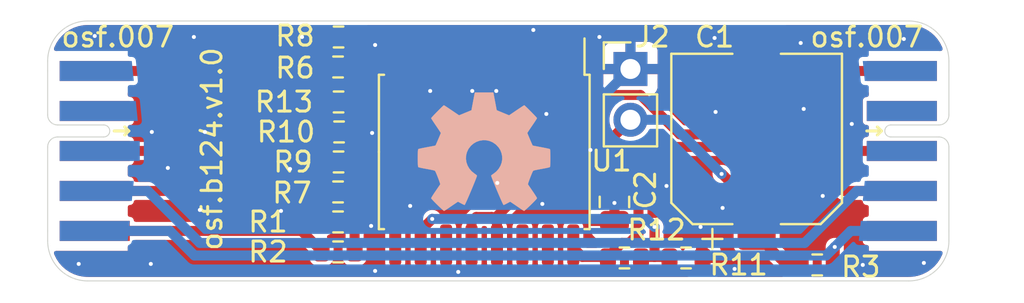
<source format=kicad_pcb>
(kicad_pcb (version 20211014) (generator pcbnew)
  (layers (0 "F.Cu" signal) (31 "B.Cu" signal) (34 "B.Paste" user) (35 "F.Paste" user) (36 "B.SilkS" user "B.Silkscreen") (37 "F.SilkS" user "F.Silkscreen") (38 "B.Mask" user) (39 "F.Mask" user) (44 "Edge.Cuts" user))
  (net 0 "")
  (net 1 "/VDD")
  (net 2 "GND")
  (net 4 "/amp/in1")
  (net 5 "Net-(J1-Pad4)")
  (net 6 "Net-(J1-Pad5)")
  (net 8 "Net-(J1-Pad9)")
  (net 9 "Net-(J1-Pad10)")
  (net 11 "/amp/out1")
  (net 13 "/amp/out2")
  (net 14 "/amp/in2")
  (net 15 "Net-(R6-Pad1)")
  (net 16 "Net-(R7-Pad1)")
  (net 17 "Net-(R10-Pad2)")
  (net 18 "Net-(R11-Pad2)")
  (footprint "Resistor_SMD:R_0603_1608Metric" (layer "F.Cu") (at 153.7 98.65)
    (fp_text reference "R1" (at -3.5 0) (layer "F.SilkS"))
    (fp_text value "0R")
    (fp_line (start -0.237258 -0.5225) (end 0.237258 -0.5225) (layer "F.SilkS") (width 0.12))
    (fp_line (start -0.237258 0.5225) (end 0.237258 0.5225) (layer "F.SilkS") (width 0.12))
    (pad "1" smd roundrect (at -0.825 0) (size 0.8 0.95) (layers "F.Cu" "F.Paste" "F.Mask") (net 5 "Net-(J1-Pad4)"))
    (pad "2" smd roundrect (at 0.825 0) (size 0.8 0.95) (layers "F.Cu" "F.Paste" "F.Mask") (net 14 "/amp/in2"))
  )
  (footprint "on_edge:on_edge_2x05_device" (layer "F.Cu") (at 139.2 95.1 -90)
    (fp_text reference "J1")
    (fp_text value "007_ADC")
    (fp_line (start -1.2 -3.85) (end -1 -4.05) (layer "F.SilkS") (width 0.153))
    (fp_line (start -1 -4.05) (end -1 -3.323) (layer "F.SilkS") (width 0.153))
    (fp_line (start -1 -4.05) (end -0.8 -3.85) (layer "F.SilkS") (width 0.153))
    (fp_line (start -0.7 -0.5) (end -0.7 -2.8) (layer "Edge.Cuts") (width 0.05))
    (fp_line (start -0.2 0) (end 4 0) (layer "Edge.Cuts") (width 0.05))
    (fp_line (start -1.3 -2.8) (end -1.3 -0.5) (layer "Edge.Cuts") (width 0.05))
    (fp_line (start -4 0) (end -1.8 0) (layer "Edge.Cuts") (width 0.05))
    (fp_arc (start -1.3 -2.8) (mid -1 -3.1) (end -0.7 -2.8) (layer "Edge.Cuts") (width 0.05))
    (fp_arc (start -1.3 -0.5) (mid -1.446447 -0.146447) (end -1.8 0) (layer "Edge.Cuts") (width 0.05))
    (fp_arc (start -0.2 0) (mid -0.553553 -0.146447) (end -0.7 -0.5) (layer "Edge.Cuts") (width 0.05))
    (pad "1" smd rect (at -4 -2.35 90) (size 1 3.5) (layers "F.Cu" "F.Mask") (net 2 "GND"))
    (pad "2" smd rect (at -2 -2.35 270) (size 1 3.5) (layers "F.Cu" "F.Mask"))
    (pad "3" smd rect (at 0 -2.35 270) (size 1 3.5) (layers "F.Cu" "F.Mask") (net 4 "/amp/in1"))
    (pad "4" smd rect (at 2 -2.35 90) (size 1 3.5) (layers "F.Cu" "F.Mask") (net 5 "Net-(J1-Pad4)"))
    (pad "5" smd rect (at 4 -2.35 90) (size 1 3.5) (layers "F.Cu" "F.Mask") (net 6 "Net-(J1-Pad5)"))
    (pad "6" smd custom (at -4 -2.4 270) (size 1 3.6) (layers "B.Cu" "B.Mask") (options (clearance outline) (anchor rect)) (primitives (gr_poly (pts (xy 0.5 -1.8) (xy 0.5 -1.9) (xy -0.5 -1.8)) (width 0) (fill yes))))
    (pad "7" smd custom (at -2 -2.1 270) (size 1 3) (layers "B.Cu" "B.Mask") (options (clearance outline) (anchor rect)) (primitives (gr_poly (pts (xy 0.3 -0.51) (xy 0.31 -0.62) (xy 0.33 -0.7) (xy 0.35 -0.76) (xy 0.37 -0.81) (xy 0.4 -0.86) (xy 0.44 -0.92) (xy 0.48 -0.97) (xy 0.5 -0.99) (xy 0.5 -2.4) (xy -0.5 -2.3) (xy -0.5 1.5) (xy 0.3 1.5)) (width 0) (fill yes))))
    (pad "8" smd rect (at 0 -2.6 270) (size 1 4) (layers "B.Cu" "B.Mask"))
    (pad "9" smd custom (at 2 -2.4 270) (size 1 3.6) (layers "B.Cu" "B.Mask") (net 8 "Net-(J1-Pad9)") (options (clearance outline) (anchor rect)) (primitives (gr_poly (pts (xy -0.5 -1.8) (xy -0.5 -1.9) (xy 0.5 -1.8)) (width 0) (fill yes))))
    (pad "10" smd custom (at 4 -2.3 270) (size 1 3.4) (layers "B.Cu" "B.Mask") (net 9 "Net-(J1-Pad10)") (options (clearance outline) (anchor rect)) (primitives (gr_poly (pts (xy -0.5 -1.7) (xy -0.5 -1.8) (xy 0.5 -1.7)) (width 0) (fill yes))))
    (zone (net 0) (net_name "") (layers F&B.Cu) (connect_pads (clearance 0)) (min_thickness 0.254)
      (keepout (tracks allowed) (vias not_allowed) (pads allowed) (copperpour not_allowed) (footprints not_allowed))
      (fill (thermal_gap 0.508) (thermal_bridge_width 0.508))
      (polygon (pts (xy 139.2 100.1) (xy 139.2 90.1) (xy 143.2 90.1) (xy 143.2 100.1)))
    )
  )
  (footprint "Resistor_SMD:R_0603_1608Metric" (layer "F.Cu") (at 153.7 90.9 180)
    (fp_text reference "R6" (at 2.15 -0.05) (layer "F.SilkS"))
    (fp_text value "0R")
    (fp_line (start -0.237258 0.5225) (end 0.237258 0.5225) (layer "F.SilkS") (width 0.12))
    (fp_line (start -0.237258 -0.5225) (end 0.237258 -0.5225) (layer "F.SilkS") (width 0.12))
    (pad "1" smd roundrect (at -0.825 0 180) (size 0.8 0.95) (layers "F.Cu" "F.Paste" "F.Mask") (net 15 "Net-(R6-Pad1)"))
    (pad "2" smd roundrect (at 0.825 0 180) (size 0.8 0.95) (layers "F.Cu" "F.Paste" "F.Mask") (net 4 "/amp/in1"))
  )
  (footprint "Resistor_SMD:R_0603_1608Metric" (layer "F.Cu") (at 177.625 100.8 180)
    (fp_text reference "R3" (at -2.175 -0.1) (layer "F.SilkS"))
    (fp_text value "0R")
    (fp_line (start -0.237258 -0.5225) (end 0.237258 -0.5225) (layer "F.SilkS") (width 0.12))
    (fp_line (start -0.237258 0.5225) (end 0.237258 0.5225) (layer "F.SilkS") (width 0.12))
    (pad "1" smd roundrect (at -0.825 0 180) (size 0.8 0.95) (layers "F.Cu" "F.Paste" "F.Mask") (net 9 "Net-(J1-Pad10)"))
    (pad "2" smd roundrect (at 0.825 0 180) (size 0.8 0.95) (layers "F.Cu" "F.Paste" "F.Mask") (net 1 "/VDD"))
  )
  (footprint "Capacitor_SMD:C_0805_2012Metric" (layer "F.Cu") (at 167.5 97.65 -90)
    (fp_text reference "C2" (at -0.6 -1.55 -90) (layer "F.SilkS"))
    (fp_text value "1uF")
    (fp_line (start -0.261252 -0.735) (end 0.261252 -0.735) (layer "F.SilkS") (width 0.12))
    (fp_line (start -0.261252 0.735) (end 0.261252 0.735) (layer "F.SilkS") (width 0.12))
    (pad "1" smd roundrect (at -0.95 0 270) (size 1 1.45) (layers "F.Cu" "F.Paste" "F.Mask") (net 1 "/VDD"))
    (pad "2" smd roundrect (at 0.95 0 270) (size 1 1.45) (layers "F.Cu" "F.Paste" "F.Mask") (net 2 "GND"))
  )
  (footprint "Package_SO:SOIC-16W_7.5x10.3mm_P1.27mm" (layer "F.Cu") (at 161 95.15 -90)
    (fp_text reference "U1" (at 0.45 -6.35 180) (layer "F.SilkS"))
    (fp_text value "TCA0372")
    (fp_line (start -3.86 -5.26) (end -3.86 -5.005) (layer "F.SilkS") (width 0.12))
    (fp_line (start -3.86 5.26) (end -3.86 5.005) (layer "F.SilkS") (width 0.12))
    (fp_line (start 3.86 5.26) (end 3.86 5.005) (layer "F.SilkS") (width 0.12))
    (fp_line (start 0 -5.26) (end -3.86 -5.26) (layer "F.SilkS") (width 0.12))
    (fp_line (start -3.86 -5.005) (end -5.675 -5.005) (layer "F.SilkS") (width 0.12))
    (fp_line (start 0 5.26) (end -3.86 5.26) (layer "F.SilkS") (width 0.12))
    (fp_line (start 3.86 -5.26) (end 3.86 -5.005) (layer "F.SilkS") (width 0.12))
    (fp_line (start 0 5.26) (end 3.86 5.26) (layer "F.SilkS") (width 0.12))
    (fp_line (start 0 -5.26) (end 3.86 -5.26) (layer "F.SilkS") (width 0.12))
    (pad "1" smd roundrect (at -4.65 -4.445 270) (size 2.05 0.6) (layers "F.Cu" "F.Paste" "F.Mask"))
    (pad "2" smd roundrect (at -4.65 -3.175 270) (size 2.05 0.6) (layers "F.Cu" "F.Paste" "F.Mask") (net 11 "/amp/out1"))
    (pad "3" smd roundrect (at -4.65 -1.905 270) (size 2.05 0.6) (layers "F.Cu" "F.Paste" "F.Mask"))
    (pad "4" smd roundrect (at -4.65 -0.635 270) (size 2.05 0.6) (layers "F.Cu" "F.Paste" "F.Mask") (net 2 "GND"))
    (pad "5" smd roundrect (at -4.65 0.635 270) (size 2.05 0.6) (layers "F.Cu" "F.Paste" "F.Mask") (net 2 "GND"))
    (pad "6" smd roundrect (at -4.65 1.905 270) (size 2.05 0.6) (layers "F.Cu" "F.Paste" "F.Mask"))
    (pad "7" smd roundrect (at -4.65 3.175 270) (size 2.05 0.6) (layers "F.Cu" "F.Paste" "F.Mask") (net 17 "Net-(R10-Pad2)"))
    (pad "8" smd roundrect (at -4.65 4.445 270) (size 2.05 0.6) (layers "F.Cu" "F.Paste" "F.Mask") (net 15 "Net-(R6-Pad1)"))
    (pad "9" smd roundrect (at 4.65 4.445 270) (size 2.05 0.6) (layers "F.Cu" "F.Paste" "F.Mask") (net 16 "Net-(R7-Pad1)"))
    (pad "10" smd roundrect (at 4.65 3.175 270) (size 2.05 0.6) (layers "F.Cu" "F.Paste" "F.Mask") (net 18 "Net-(R11-Pad2)"))
    (pad "11" smd roundrect (at 4.65 1.905 270) (size 2.05 0.6) (layers "F.Cu" "F.Paste" "F.Mask"))
    (pad "12" smd roundrect (at 4.65 0.635 270) (size 2.05 0.6) (layers "F.Cu" "F.Paste" "F.Mask") (net 1 "/VDD"))
    (pad "13" smd roundrect (at 4.65 -0.635 270) (size 2.05 0.6) (layers "F.Cu" "F.Paste" "F.Mask") (net 1 "/VDD"))
    (pad "14" smd roundrect (at 4.65 -1.905 270) (size 2.05 0.6) (layers "F.Cu" "F.Paste" "F.Mask"))
    (pad "15" smd roundrect (at 4.65 -3.175 270) (size 2.05 0.6) (layers "F.Cu" "F.Paste" "F.Mask"))
    (pad "16" smd roundrect (at 4.65 -4.445 270) (size 2.05 0.6) (layers "F.Cu" "F.Paste" "F.Mask") (net 13 "/amp/out2"))
  )
  (footprint "on_edge:on_edge_2x05_host" (layer "F.Cu") (at 184.2 95.1 -90)
    (fp_text reference "J3")
    (fp_text value "007_ADC")
    (fp_line (start -1 3.373) (end -1.2 3.573) (layer "F.SilkS") (width 0.153))
    (fp_line (start -0.8 3.573) (end -1 3.373) (layer "F.SilkS") (width 0.153))
    (fp_line (start -1 4.1) (end -1 3.373) (layer "F.SilkS") (width 0.153))
    (fp_line (start -0.2 0) (end 4 0) (layer "Edge.Cuts") (width 0.05))
    (fp_line (start -4 0) (end -1.8 0) (layer "Edge.Cuts") (width 0.05))
    (fp_line (start -0.7 2.9) (end -0.7 0.5) (layer "Edge.Cuts") (width 0.05))
    (fp_line (start -1.3 0.5) (end -1.3 2.9) (layer "Edge.Cuts") (width 0.05))
    (fp_arc (start -0.7 2.9) (mid -1 3.2) (end -1.3 2.9) (layer "Edge.Cuts") (width 0.05))
    (fp_arc (start -1.8 0) (mid -1.446447 0.146447) (end -1.3 0.5) (layer "Edge.Cuts") (width 0.05))
    (fp_arc (start -0.7 0.5) (mid -0.553553 0.146447) (end -0.2 0) (layer "Edge.Cuts") (width 0.05))
    (pad "1" smd rect (at -4 2.35 270) (size 1 3.5) (layers "F.Cu" "F.Mask") (net 2 "GND"))
    (pad "2" smd rect (at -2 2.35 270) (size 1 3.5) (layers "F.Cu" "F.Mask"))
    (pad "3" smd rect (at 0 2.35 270) (size 1 3.5) (layers "F.Cu" "F.Mask") (net 11 "/amp/out1"))
    (pad "4" smd rect (at 2 2.35 270) (size 1 3.5) (layers "F.Cu" "F.Mask") (net 13 "/amp/out2"))
    (pad "5" smd rect (at 4 2.35 270) (size 1 3.5) (layers "F.Cu" "F.Mask"))
    (pad "6" smd custom (at -4 2.4 90) (size 1 3.6) (layers "B.Cu" "B.Mask") (options (clearance outline) (anchor rect)) (primitives (gr_poly (pts (xy 0.5 -1.8) (xy -0.5 -1.8) (xy 0.5 -1.9)) (width 0) (fill yes))))
    (pad "7" smd rect (at -2 2.35 90) (size 1 3.5) (layers "B.Cu" "B.Mask"))
    (pad "8" smd rect (at 0 2.35 90) (size 1 3.5) (layers "B.Cu" "B.Mask"))
    (pad "9" smd custom (at 2 2.4 90) (size 1 3.6) (layers "B.Cu" "B.Mask") (net 8 "Net-(J1-Pad9)") (options (clearance outline) (anchor rect)) (primitives (gr_poly (pts (xy 0.5 -1.8) (xy -0.5 -1.8) (xy -0.5 -1.9)) (width 0) (fill yes))))
    (pad "10" smd custom (at 4 2.5 90) (size 1 3.8) (layers "B.Cu" "B.Mask") (net 9 "Net-(J1-Pad10)") (options (clearance outline) (anchor rect)) (primitives (gr_poly (pts (xy 0.5 -1.9) (xy -0.5 -1.9) (xy -0.5 -2)) (width 0) (fill yes))))
    (zone (net 0) (net_name "") (layers F&B.Cu) (connect_pads (clearance 0)) (min_thickness 0.254)
      (keepout (tracks allowed) (vias not_allowed) (pads allowed) (copperpour not_allowed) (footprints not_allowed))
      (fill (thermal_gap 0.508) (thermal_bridge_width 0.508))
      (polygon (pts (xy 180.2 100.1) (xy 180.2 90.1) (xy 184.2 90.1) (xy 184.2 100.1)))
    )
  )
  (footprint "Resistor_SMD:R_0603_1608Metric" (layer "F.Cu") (at 168 100.45)
    (fp_text reference "R12" (at 1.6 -1.4) (layer "F.SilkS"))
    (fp_text value "0R")
    (fp_line (start -0.237258 0.5225) (end 0.237258 0.5225) (layer "F.SilkS") (width 0.12))
    (fp_line (start -0.237258 -0.5225) (end 0.237258 -0.5225) (layer "F.SilkS") (width 0.12))
    (pad "1" smd roundrect (at -0.825 0) (size 0.8 0.95) (layers "F.Cu" "F.Paste" "F.Mask") (net 13 "/amp/out2"))
    (pad "2" smd roundrect (at 0.825 0) (size 0.8 0.95) (layers "F.Cu" "F.Paste" "F.Mask") (net 18 "Net-(R11-Pad2)"))
  )
  (footprint "Resistor_SMD:R_0603_1608Metric" (layer "F.Cu") (at 153.725 92.65 180)
    (fp_text reference "R13" (at 2.725 0) (layer "F.SilkS"))
    (fp_text value "0R")
    (fp_line (start -0.237258 0.5225) (end 0.237258 0.5225) (layer "F.SilkS") (width 0.12))
    (fp_line (start -0.237258 -0.5225) (end 0.237258 -0.5225) (layer "F.SilkS") (width 0.12))
    (pad "1" smd roundrect (at -0.825 0 180) (size 0.8 0.95) (layers "F.Cu" "F.Paste" "F.Mask") (net 11 "/amp/out1"))
    (pad "2" smd roundrect (at 0.825 0 180) (size 0.8 0.95) (layers "F.Cu" "F.Paste" "F.Mask") (net 17 "Net-(R10-Pad2)"))
  )
  (footprint "Capacitor_SMD:CP_Elec_8x6.9" (layer "F.Cu") (at 174.6 94.5 90)
    (fp_text reference "C1" (at 5.1 -2.1 180) (layer "F.SilkS"))
    (fp_text value "100uF")
    (fp_line (start -5.5 -2.21) (end -4.5 -2.21) (layer "F.SilkS") (width 0.12))
    (fp_line (start -4.26 -3.195563) (end -3.195563 -4.26) (layer "F.SilkS") (width 0.12))
    (fp_line (start 4.26 -4.26) (end 4.26 -1.21) (layer "F.SilkS") (width 0.12))
    (fp_line (start -4.26 3.195563) (end -3.195563 4.26) (layer "F.SilkS") (width 0.12))
    (fp_line (start -3.195563 4.26) (end 4.26 4.26) (layer "F.SilkS") (width 0.12))
    (fp_line (start -5 -2.71) (end -5 -1.71) (layer "F.SilkS") (width 0.12))
    (fp_line (start -3.195563 -4.26) (end 4.26 -4.26) (layer "F.SilkS") (width 0.12))
    (fp_line (start -4.26 3.195563) (end -4.26 1.21) (layer "F.SilkS") (width 0.12))
    (fp_line (start -4.26 -3.195563) (end -4.26 -1.21) (layer "F.SilkS") (width 0.12))
    (fp_line (start 4.26 4.26) (end 4.26 1.21) (layer "F.SilkS") (width 0.12))
    (pad "1" smd roundrect (at -3.475 0 90) (size 4.15 1.9) (layers "F.Cu" "F.Paste" "F.Mask") (roundrect_rratio 0.131579) (net 1 "/VDD"))
    (pad "2" smd roundrect (at 3.475 0 90) (size 4.15 1.9) (layers "F.Cu" "F.Paste" "F.Mask") (roundrect_rratio 0.131579) (net 2 "GND"))
  )
  (footprint "Resistor_SMD:R_0603_1608Metric" (layer "F.Cu") (at 153.75 94.15 180)
    (fp_text reference "R10" (at 2.65 0) (layer "F.SilkS"))
    (fp_text value "d.n.p")
    (fp_line (start -0.237258 -0.5225) (end 0.237258 -0.5225) (layer "F.SilkS") (width 0.12))
    (fp_line (start -0.237258 0.5225) (end 0.237258 0.5225) (layer "F.SilkS") (width 0.12))
    (pad "1" smd roundrect (at -0.825 0 180) (size 0.8 0.95) (layers "F.Cu" "F.Paste" "F.Mask") (net 2 "GND"))
    (pad "2" smd roundrect (at 0.825 0 180) (size 0.8 0.95) (layers "F.Cu" "F.Paste" "F.Mask") (net 17 "Net-(R10-Pad2)"))
  )
  (footprint "Connector_PinHeader_2.54mm:PinHeader_1x02_P2.54mm_Vertical" (layer "F.Cu") (at 168.3 91)
    (fp_text reference "J2" (at 1.1 -1.6) (layer "F.SilkS"))
    (fp_text value "Conn_01x02_Male")
    (fp_line (start -1.33 3.87) (end 1.33 3.87) (layer "F.SilkS") (width 0.12))
    (fp_line (start -1.33 0) (end -1.33 -1.33) (layer "F.SilkS") (width 0.12))
    (fp_line (start -1.33 -1.33) (end 0 -1.33) (layer "F.SilkS") (width 0.12))
    (fp_line (start 1.33 1.27) (end 1.33 3.87) (layer "F.SilkS") (width 0.12))
    (fp_line (start -1.33 1.27) (end 1.33 1.27) (layer "F.SilkS") (width 0.12))
    (fp_line (start -1.33 1.27) (end -1.33 3.87) (layer "F.SilkS") (width 0.12))
    (pad "1" thru_hole rect (at 0 0) (size 1.7 1.7) (drill 1) (layers *.Cu *.Mask) (net 2 "GND"))
    (pad "2" thru_hole oval (at 0 2.54) (size 1.7 1.7) (drill 1) (layers *.Cu *.Mask) (net 1 "/VDD"))
  )
  (footprint "Resistor_SMD:R_0603_1608Metric" (layer "F.Cu") (at 153.725 89.4)
    (fp_text reference "R8" (at -2.175 -0.05) (layer "F.SilkS"))
    (fp_text value "d.n.p")
    (fp_line (start -0.237258 -0.5225) (end 0.237258 -0.5225) (layer "F.SilkS") (width 0.12))
    (fp_line (start -0.237258 0.5225) (end 0.237258 0.5225) (layer "F.SilkS") (width 0.12))
    (pad "1" smd roundrect (at -0.825 0) (size 0.8 0.95) (layers "F.Cu" "F.Paste" "F.Mask") (net 2 "GND"))
    (pad "2" smd roundrect (at 0.825 0) (size 0.8 0.95) (layers "F.Cu" "F.Paste" "F.Mask") (net 15 "Net-(R6-Pad1)"))
  )
  (footprint "Resistor_SMD:R_0603_1608Metric" (layer "F.Cu") (at 153.7 97.15 180)
    (fp_text reference "R7" (at 2.3 -0.05) (layer "F.SilkS"))
    (fp_text value "0R")
    (fp_line (start -0.237258 0.5225) (end 0.237258 0.5225) (layer "F.SilkS") (width 0.12))
    (fp_line (start -0.237258 -0.5225) (end 0.237258 -0.5225) (layer "F.SilkS") (width 0.12))
    (pad "1" smd roundrect (at -0.825 0 180) (size 0.8 0.95) (layers "F.Cu" "F.Paste" "F.Mask") (net 16 "Net-(R7-Pad1)"))
    (pad "2" smd roundrect (at 0.825 0 180) (size 0.8 0.95) (layers "F.Cu" "F.Paste" "F.Mask") (net 14 "/amp/in2"))
  )
  (footprint "Resistor_SMD:R_0603_1608Metric" (layer "F.Cu") (at 171.075 100.45 180)
    (fp_text reference "R11" (at -2.625 -0.35) (layer "F.SilkS"))
    (fp_text value "d.n.p")
    (fp_line (start -0.237258 -0.5225) (end 0.237258 -0.5225) (layer "F.SilkS") (width 0.12))
    (fp_line (start -0.237258 0.5225) (end 0.237258 0.5225) (layer "F.SilkS") (width 0.12))
    (pad "1" smd roundrect (at -0.825 0 180) (size 0.8 0.95) (layers "F.Cu" "F.Paste" "F.Mask") (net 2 "GND"))
    (pad "2" smd roundrect (at 0.825 0 180) (size 0.8 0.95) (layers "F.Cu" "F.Paste" "F.Mask") (net 18 "Net-(R11-Pad2)"))
  )
  (footprint "Resistor_SMD:R_0603_1608Metric" (layer "F.Cu") (at 153.7 100.15)
    (fp_text reference "R2" (at -3.5 0) (layer "F.SilkS"))
    (fp_text value "0R")
    (fp_line (start -0.237258 -0.5225) (end 0.237258 -0.5225) (layer "F.SilkS") (width 0.12))
    (fp_line (start -0.237258 0.5225) (end 0.237258 0.5225) (layer "F.SilkS") (width 0.12))
    (pad "1" smd roundrect (at -0.825 0) (size 0.8 0.95) (layers "F.Cu" "F.Paste" "F.Mask") (net 6 "Net-(J1-Pad5)"))
    (pad "2" smd roundrect (at 0.825 0) (size 0.8 0.95) (layers "F.Cu" "F.Paste" "F.Mask") (net 14 "/amp/in2"))
  )
  (footprint "Resistor_SMD:R_0603_1608Metric" (layer "F.Cu") (at 153.725 95.65 180)
    (fp_text reference "R9" (at 2.275 0) (layer "F.SilkS"))
    (fp_text value "d.n.p")
    (fp_line (start -0.237258 -0.5225) (end 0.237258 -0.5225) (layer "F.SilkS") (width 0.12))
    (fp_line (start -0.237258 0.5225) (end 0.237258 0.5225) (layer "F.SilkS") (width 0.12))
    (pad "1" smd roundrect (at -0.825 0 180) (size 0.8 0.95) (layers "F.Cu" "F.Paste" "F.Mask") (net 2 "GND"))
    (pad "2" smd roundrect (at 0.825 0 180) (size 0.8 0.95) (layers "F.Cu" "F.Paste" "F.Mask") (net 16 "Net-(R7-Pad1)"))
  )
  (footprint "Symbol:OSHW-Symbol_6.7x6mm_SilkScreen" (layer "B.Cu") (at 161 95.15 180)
    (fp_text reference "LOGO1" hide)
    (fp_text value "Logo_Open_Hardware_Small" hide)
    (fp_poly (pts (xy 0.555814 2.531069) (xy 0.639635 2.086445) (xy 0.94892 1.958947) (xy 1.258206 1.831449) (xy 1.629246 2.083754) (xy 1.733157 2.154004) (xy 1.827087 2.216728) (xy 1.906652 2.269062) (xy 1.96747 2.308143) (xy 2.005157 2.331107) (xy 2.015421 2.336058) (xy 2.03391 2.323324) (xy 2.07342 2.288118) (xy 2.129522 2.234938) (xy 2.197787 2.168282) (xy 2.273786 2.092646) (xy 2.353092 2.012528) (xy 2.431275 1.932426) (xy 2.503907 1.856836) (xy 2.566559 1.790255) (xy 2.614803 1.737182) (xy 2.64421 1.702113) (xy 2.651241 1.690377) (xy 2.641123 1.66874) (xy 2.612759 1.621338) (xy 2.569129 1.552807) (xy 2.513218 1.467785) (xy 2.448006 1.370907) (xy 2.410219 1.31565) (xy 2.341343 1.214752) (xy 2.28014 1.123701) (xy 2.229578 1.04703) (xy 2.192628 0.989272) (xy 2.172258 0.954957) (xy 2.169197 0.947746) (xy 2.176136 0.927252) (xy 2.195051 0.879487) (xy 2.223087 0.811168) (xy 2.257391 0.729011) (xy 2.295109 0.63973) (xy 2.333387 0.550042) (xy 2.36937 0.466662) (xy 2.400206 0.396306) (xy 2.423039 0.34569) (xy 2.435017 0.321529) (xy 2.435724 0.320578) (xy 2.454531 0.315964) (xy 2.504618 0.305672) (xy 2.580793 0.290713) (xy 2.677865 0.272099) (xy 2.790643 0.250841) (xy 2.856442 0.238582) (xy 2.97695 0.215638) (xy 3.085797 0.193805) (xy 3.177476 0.174278) (xy 3.246481 0.158252) (xy 3.287304 0.146921) (xy 3.295511 0.143326) (xy 3.303548 0.118994) (xy 3.310033 0.064041) (xy 3.31497 -0.015108) (xy 3.318364 -0.112026) (xy 3.320218 -0.220287) (xy 3.320538 -0.333465) (xy 3.319327 -0.445135) (xy 3.31659 -0.548868) (xy 3.312331 -0.638241) (xy 3.306555 -0.706826) (xy 3.299267 -0.748197) (xy 3.294895 -0.75681) (xy 3.268764 -0.767133) (xy 3.213393 -0.781892) (xy 3.136107 -0.799352) (xy 3.04423 -0.81778) (xy 3.012158 -0.823741) (xy 2.857524 -0.852066) (xy 2.735375 -0.874876) (xy 2.641673 -0.89308) (xy 2.572384 -0.907583) (xy 2.523471 -0.919292) (xy 2.490897 -0.929115) (xy 2.470628 -0.937956) (xy 2.458626 -0.946724) (xy 2.456947 -0.948457) (xy 2.440184 -0.976371) (xy 2.414614 -1.030695) (xy 2.382788 -1.104777) (xy 2.34726 -1.191965) (xy 2.310583 -1.285608) (xy 2.275311 -1.379052) (xy 2.243996 -1.465647) (xy 2.219193 -1.53874) (xy 2.203454 -1.591678) (xy 2.199332 -1.617811) (xy 2.199676 -1.618726) (xy 2.213641 -1.640086) (xy 2.245322 -1.687084) (xy 2.291391 -1.754827) (xy 2.348518 -1.838423) (xy 2.413373 -1.932982) (xy 2.431843 -1.959854) (xy 2.497699 -2.057275) (xy 2.55565 -2.146163) (xy 2.602538 -2.221412) (xy 2.635207 -2.27792) (xy 2.6505 -2.310581) (xy 2.651241 -2.314593) (xy 2.638392 -2.335684) (xy 2.602888 -2.377464) (xy 2.549293 -2.435445) (xy 2.482171 -2.505135) (xy 2.406087 -2.582045) (xy 2.325604 -2.661683) (xy 2.245287 -2.739561) (xy 2.169699 -2.811186) (xy 2.103405 -2.87207) (xy 2.050969 -2.917721) (xy 2.016955 -2.94365) (xy 2.007545 -2.947883) (xy 1.985643 -2.937912) (xy 1.9408 -2.91102) (xy 1.880321 -2.871736) (xy 1.833789 -2.840117) (xy 1.749475 -2.782098) (xy 1.649626 -2.713784) (xy 1.549473 -2.645579) (xy 1.495627 -2.609075) (xy 1.313371 -2.4858) (xy 1.160381 -2.56852) (xy 1.090682 -2.604759) (xy 1.031414 -2.632926) (xy 0.991311 -2.648991) (xy 0.981103 -2.651226) (xy 0.968829 -2.634722) (xy 0.944613 -2.588082) (xy 0.910263 -2.515609) (xy 0.867588 -2.421606) (xy 0.818394 -2.310374) (xy 0.76449 -2.186215) (xy 0.707684 -2.053432) (xy 0.649782 -1.916327) (xy 0.592593 -1.779202) (xy 0.537924 -1.646358) (xy 0.487584 -1.522098) (xy 0.44338 -1.410725) (xy 0.407119 -1.316539) (xy 0.380609 -1.243844) (xy 0.365658 -1.196941) (xy 0.363254 -1.180833) (xy 0.382311 -1.160286) (xy 0.424036 -1.126933) (xy 0.479706 -1.087702) (xy 0.484378 -1.084599) (xy 0.628264 -0.969423) (xy 0.744283 -0.835053) (xy 0.83143 -0.685784) (xy 0.888699 -0.525913) (xy 0.915086 -0.359737) (xy 0.909585 -0.191552) (xy 0.87119 -0.025655) (xy 0.798895 0.133658) (xy 0.777626 0.168513) (xy 0.666996 0.309263) (xy 0.536302 0.422286) (xy 0.390064 0.506997) (xy 0.232808 0.562806) (xy 0.069057 0.589126) (xy -0.096667 0.58537) (xy -0.259838 0.55095) (xy -0.415935 0.485277) (xy -0.560433 0.387765) (xy -0.605131 0.348187) (xy -0.718888 0.224297) (xy -0.801782 0.093876) (xy -0.858644 -0.052315) (xy -0.890313 -0.197088) (xy -0.898131 -0.35986) (xy -0.872062 -0.52344) (xy -0.814755 -0.682298) (xy -0.728856 -0.830906) (xy -0.617014 -0.963735) (xy -0.481877 -1.075256) (xy -0.464117 -1.087011) (xy -0.40785 -1.125508) (xy -0.365077 -1.158863) (xy -0.344628 -1.18016) (xy -0.344331 -1.180833) (xy -0.348721 -1.203871) (xy -0.366124 -1.256157) (xy -0.394732 -1.33339) (xy -0.432735 -1.431268) (xy -0.478326 -1.545491) (xy -0.529697 -1.671758) (xy -0.585038 -1.805767) (xy -0.642542 -1.943218) (xy -0.700399 -2.079808) (xy -0.756802 -2.211237) (xy -0.809942 -2.333205) (xy -0.85801 -2.441409) (xy -0.899199 -2.531549) (xy -0.931699 -2.599323) (xy -0.953703 -2.64043) (xy -0.962564 -2.651226) (xy -0.98964 -2.642819) (xy -1.040303 -2.620272) (xy -1.105817 -2.587613) (xy -1.141841 -2.56852) (xy -1.294832 -2.4858) (xy -1.477088 -2.609075) (xy -1.570125 -2.672228) (xy -1.671985 -2.741727) (xy -1.767438 -2.807165) (xy -1.81525 -2.840117) (xy -1.882495 -2.885273) (xy -1.939436 -2.921057) (xy -1.978646 -2.942938) (xy -1.991381 -2.947563) (xy -2.009917 -2.935085) (xy -2.050941 -2.900252) (xy -2.110475 -2.846678) (xy -2.184542 -2.777983) (xy -2.269165 -2.697781) (xy -2.322685 -2.646286) (xy -2.416319 -2.554286) (xy -2.497241 -2.471999) (xy -2.562177 -2.402945) (xy -2.607858 -2.350644) (xy -2.631011 -2.318616) (xy -2.633232 -2.312116) (xy -2.622924 -2.287394) (xy -2.594439 -2.237405) (xy -2.550937 -2.167212) (xy -2.495577 -2.081875) (xy -2.43152 -1.986456) (xy -2.413303 -1.959854) (xy -2.346927 -1.863167) (xy -2.287378 -1.776117) (xy -2.237984 -1.703595) (xy -2.202075 -1.650493) (xy -2.182981 -1.621703) (xy -2.181136 -1.618726) (xy -2.183895 -1.595782) (xy -2.198538 -1.545336) (xy -2.222513 -1.474041) (xy -2.253266 -1.388547) (xy -2.288244 -1.295507) (xy -2.324893 -1.201574) (xy -2.360661 -1.113399) (xy -2.392994 -1.037634) (xy -2.419338 -0.980931) (xy -2.437142 -0.949943) (xy -2.438407 -0.948457) (xy -2.449294 -0.939601) (xy -2.467682 -0.930843) (xy -2.497606 -0.921277) (xy -2.543103 -0.909996) (xy -2.608209 -0.896093) (xy -2.696961 -0.878663) (xy -2.813393 -0.856798) (xy -2.961542 -0.829591) (xy -2.993618 -0.823741) (xy -3.088686 -0.805374) (xy -3.171565 -0.787405) (xy -3.23493 -0.771569) (xy -3.271458 -0.7596) (xy -3.276356 -0.75681) (xy -3.284427 -0.732072) (xy -3.290987 -0.67679) (xy -3.296033 -0.597389) (xy -3.299559 -0.500296) (xy -3.301561 -0.391938) (xy -3.302036 -0.27874) (xy -3.300977 -0.167128) (xy -3.298382 -0.063529) (xy -3.294246 0.025632) (xy -3.288563 0.093928) (xy -3.281331 0.134934) (xy -3.276971 0.143326) (xy -3.252698 0.151792) (xy -3.197426 0.165565) (xy -3.116662 0.18345) (xy -3.015912 0.204252) (xy -2.900683 0.226777) (xy -2.837902 0.238582) (xy -2.718787 0.260849) (xy -2.612565 0.281021) (xy -2.524427 0.298085) (xy -2.459566 0.311031) (xy -2.423174 0.318845) (xy -2.417184 0.320578) (xy -2.407061 0.34011) (xy -2.385662 0.387157) (xy -2.355839 0.454997) (xy -2.320445 0.536909) (xy -2.282332 0.626172) (xy -2.244353 0.716065) (xy -2.20936 0.799865) (xy -2.180206 0.870853) (xy -2.159743 0.922306) (xy -2.150823 0.947503) (xy -2.150657 0.948604) (xy -2.160769 0.968481) (xy -2.189117 1.014223) (xy -2.232723 1.081283) (xy -2.288606 1.165116) (xy -2.353787 1.261174) (xy -2.391679 1.31635) (xy -2.460725 1.417519) (xy -2.52205 1.50937) (xy -2.572663 1.587256) (xy -2.609571 1.646531) (xy -2.629782 1.682549) (xy -2.632701 1.690623) (xy -2.620153 1.709416) (xy -2.585463 1.749543) (xy -2.533063 1.806507) (xy -2.467384 1.875815) (xy -2.392856 1.952969) (xy -2.313913 2.033475) (xy -2.234983 2.112837) (xy -2.1605 2.18656) (xy -2.094894 2.250148) (xy -2.042596 2.299106) (xy -2.008039 2.328939) (xy -1.996478 2.336058) (xy -1.977654 2.326047) (xy -1.932631 2.297922) (xy -1.865787 2.254546) (xy -1.781499 2.198782) (xy -1.684144 2.133494) (xy -1.610707 2.083754) (xy -1.239667 1.831449) (xy -0.621095 2.086445) (xy -0.537275 2.531069) (xy -0.453454 2.975693) (xy 0.471994 2.975693) (xy 0.555814 2.531069)) (layer "B.SilkS") (width 0.01) (fill solid))
  )
  (gr_line (start 139.2 91.1) (end 139.2 90.6) (layer "Edge.Cuts") (width 0.05))
  (gr_line (start 141.2 88.6) (end 182.2 88.6) (layer "Edge.Cuts") (width 0.05))
  (gr_arc (start 184.2 99.6) (mid 183.614214 101.014214) (end 182.2 101.6) (layer "Edge.Cuts") (width 0.05))
  (gr_line (start 182.2 101.6) (end 141.2 101.6) (layer "Edge.Cuts") (width 0.05))
  (gr_arc (start 182.2 88.6) (mid 183.614214 89.185786) (end 184.2 90.6) (layer "Edge.Cuts") (width 0.05))
  (gr_line (start 139.2 99.1) (end 139.2 99.6) (layer "Edge.Cuts") (width 0.05))
  (gr_arc (start 141.2 101.6) (mid 139.785786 101.014214) (end 139.2 99.6) (layer "Edge.Cuts") (width 0.05))
  (gr_arc (start 139.2 90.6) (mid 139.785786 89.185786) (end 141.2 88.6) (layer "Edge.Cuts") (width 0.05))
  (gr_line (start 184.2 90.6) (end 184.2 91.1) (layer "Edge.Cuts") (width 0.05))
  (gr_line (start 184.2 99.1) (end 184.2 99.6) (layer "Edge.Cuts") (width 0.05))
  (gr_text "osf.007" (at 142.7 89.4) (layer "F.SilkS") (effects (font (size 1 1))))
  (gr_text "osf.b124.v1.0" (at 147.4 95 90) (layer "F.SilkS") (effects (font (size 1 1))))
  (gr_text "osf.007" (at 180.1 89.4) (layer "F.SilkS") (effects (font (size 1 1))))
  (segment (start 174.6 97.975) (end 174.6 99.3) (width 0.5) (layer "F.Cu") (net 1))
  (segment (start 161.37 98.4) (end 161.635 98.665) (width 0.5) (layer "F.Cu") (net 1))
  (segment (start 174.6 99.3) (end 176.1 100.8) (width 0.5) (layer "F.Cu") (net 1))
  (segment (start 163.3 96.7) (end 167.5 96.7) (width 0.5) (layer "F.Cu") (net 1))
  (segment (start 160.365 98.635) (end 160.6 98.4) (width 0.5) (layer "F.Cu") (net 1))
  (segment (start 167.5 96.7) (end 167.5 94.34) (width 0.5) (layer "F.Cu") (net 1))
  (segment (start 161.635 98.665) (end 161.635 98.365) (width 0.5) (layer "F.Cu") (net 1))
  (segment (start 160.365 99.8) (end 160.365 98.635) (width 0.5) (layer "F.Cu") (net 1))
  (segment (start 172.85 96.25) (end 172.875 96.25) (width 0.5) (layer "F.Cu") (net 1))
  (segment (start 176.1 100.8) (end 176.8 100.8) (width 0.5) (layer "F.Cu") (net 1))
  (segment (start 161.635 98.365) (end 163.3 96.7) (width 0.5) (layer "F.Cu") (net 1))
  (segment (start 172.875 96.25) (end 174.6 97.975) (width 0.5) (layer "F.Cu") (net 1))
  (segment (start 161.635 99.8) (end 161.635 98.665) (width 0.5) (layer "F.Cu") (net 1))
  (segment (start 160.6 98.4) (end 161.37 98.4) (width 0.5) (layer "F.Cu") (net 1))
  (segment (start 167.5 94.34) (end 168.3 93.54) (width 0.5) (layer "F.Cu") (net 1))
  (via (at 172.85 96.25) (size 0.5) (drill 0.2) (layers "F.Cu" "B.Cu") (net 1))
  (segment (start 172.85 96.25) (end 170.14 93.54) (width 0.5) (layer "B.Cu") (net 1))
  (segment (start 170.14 93.54) (end 168.3 93.54) (width 0.5) (layer "B.Cu") (net 1))
  (segment (start 174.6 91.025) (end 174.575 91) (width 0.5) (layer "F.Cu") (net 2))
  (segment (start 161.635 90.5) (end 161.635 92.065) (width 0.5) (layer "F.Cu") (net 2))
  (segment (start 161.635 92.065) (end 161.6 92.1) (width 0.5) (layer "F.Cu") (net 2))
  (segment (start 174.6 90.4) (end 174.6 91.025) (width 0.5) (layer "F.Cu") (net 2))
  (segment (start 160.365 90.5) (end 160.365 92.065) (width 0.5) (layer "F.Cu") (net 2))
  (segment (start 161.635 89.715) (end 162.3 89.05) (width 0.5) (layer "F.Cu") (net 2))
  (segment (start 161.635 90.5) (end 161.635 89.715) (width 0.5) (layer "F.Cu") (net 2))
  (segment (start 171.825 98.925) (end 171.8 98.9) (width 0.5) (layer "F.Cu") (net 2))
  (segment (start 167.5 97.7) (end 167.5 98.6) (width 0.5) (layer "F.Cu") (net 2))
  (segment (start 176.95 93) (end 172.7 93) (width 0.5) (layer "F.Cu") (net 2))
  (segment (start 154.5 94.1) (end 155.3 94.1) (width 0.5) (layer "F.Cu") (net 2))
  (segment (start 160.365 90.5) (end 160.365 89.165) (width 0.5) (layer "F.Cu") (net 2))
  (segment (start 181.85 91.1) (end 174.675 91.1) (width 0.5) (layer "F.Cu") (net 2))
  (segment (start 175 89.55) (end 176.65 89.55) (width 0.5) (layer "F.Cu") (net 2))
  (segment (start 160.25 89.05) (end 156.1 89.05) (width 0.5) (layer "F.Cu") (net 2))
  (segment (start 174.6 91.025) (end 174.6 89.95) (width 0.5) (layer "F.Cu") (net 2))
  (segment (start 154.5 94.1) (end 154.5 95.575) (width 0.5) (layer "F.Cu") (net 2))
  (segment (start 151.9 89.4) (end 152.85 89.4) (width 0.5) (layer "F.Cu") (net 2))
  (segment (start 160.365 92.065) (end 160.4 92.1) (width 0.5) (layer "F.Cu") (net 2))
  (segment (start 176.65 89.55) (end 176.8 89.7) (width 0.5) (layer "F.Cu") (net 2))
  (segment (start 174.675 91.1) (end 174.6 91.025) (width 0.5) (layer "F.Cu") (net 2))
  (segment (start 162.3 89.05) (end 163.45 89.05) (width 0.5) (layer "F.Cu") (net 2))
  (segment (start 173.65 89.45) (end 174.6 90.4) (width 0.5) (layer "F.Cu") (net 2))
  (segment (start 155.3 94.1) (end 155.4 94.2) (width 0.5) (layer "F.Cu") (net 2))
  (segment (start 163.45 89.05) (end 160.25 89.05) (width 0.5) (layer "F.Cu") (net 2))
  (segment (start 141.55 91.1) (end 150.2 91.1) (width 0.5) (layer "F.Cu") (net 2))
  (segment (start 174.6 89.95) (end 175 89.55) (width 0.5) (layer "F.Cu") (net 2))
  (segment (start 171.825 100.4) (end 171.825 98.925) (width 0.5) (layer "F.Cu") (net 2))
  (segment (start 172.7 93) (end 172.55 93.15) (width 0.5) (layer "F.Cu") (net 2))
  (segment (start 156.1 89.05) (end 155.6 89.55) (width 0.5) (layer "F.Cu") (net 2))
  (segment (start 174.575 91) (end 168.3 91) (width 0.5) (layer "F.Cu") (net 2))
  (segment (start 150.2 91.1) (end 151.9 89.4) (width 0.5) (layer "F.Cu") (net 2))
  (segment (start 158.3 92.1) (end 161.6 92.1) (width 0.5) (layer "F.Cu") (net 2))
  (segment (start 160.365 89.165) (end 160.25 89.05) (width 0.5) (layer "F.Cu") (net 2))
  (segment (start 172.5 89.45) (end 173.65 89.45) (width 0.5) (layer "F.Cu") (net 2))
  (segment (start 154.5 95.575) (end 154.525 95.6) (width 0.5) (layer "F.Cu") (net 2))
  (via (at 172.9 97.95) (size 0.5) (drill 0.2) (layers "F.Cu" "B.Cu") (net 2))
  (via (at 166.3 95.05) (size 0.5) (drill 0.2) (layers "F.Cu" "B.Cu") (net 2))
  (via (at 155.55 89.8) (size 0.5) (drill 0.2) (layers "F.Cu" "B.Cu") (net 2))
  (via (at 144.4 94.15) (size 0.5) (drill 0.2) (layers "F.Cu" "B.Cu") (net 2))
  (via (at 140.75 100.75) (size 0.5) (drill 0.2) (layers "F.Cu" "B.Cu") (net 2))
  (via (at 160.4 92.1) (size 0.5) (drill 0.2) (layers "F.Cu" "B.Cu") (net 2))
  (via (at 172.5 89.45) (size 0.5) (drill 0.2) (layers "F.Cu" "B.Cu") (net 2))
  (via (at 151.3 96) (size 0.5) (drill 0.2) (layers "F.Cu" "B.Cu") (net 2))
  (via (at 150.85 98.1) (size 0.5) (drill 0.2) (layers "F.Cu" "B.Cu") (net 2))
  (via (at 163.9 97.75) (size 0.5) (drill 0.2) (layers "F.Cu" "B.Cu") (net 2))
  (via (at 144.35 100.75) (size 0.5) (drill 0.2) (layers "F.Cu" "B.Cu") (net 2))
  (via (at 179.35 93.75) (size 0.5) (drill 0.2) (layers "F.Cu" "B.Cu") (net 2))
  (via (at 164.1 93.25) (size 0.5) (drill 0.2) (layers "F.Cu" "B.Cu") (net 2))
  (via (at 171.8 98.9) (size 0.5) (drill 0.2) (layers "F.Cu" "B.Cu") (net 2))
  (via (at 170.1 96.85) (size 0.5) (drill 0.2) (layers "F.Cu" "B.Cu") (net 2))
  (via (at 161.6 92.1) (size 0.5) (drill 0.2) (layers "F.Cu" "B.Cu") (net 2))
  (via (at 173.5 101) (size 0.5) (drill 0.2) (layers "F.Cu" "B.Cu") (net 2))
  (via (at 181.95 89.5) (size 0.5) (drill 0.2) (layers "F.Cu" "B.Cu") (net 2))
  (via (at 161.65 96.7) (size 0.5) (drill 0.2) (layers "F.Cu" "B.Cu") (net 2))
  (via (at 158.3 92.1) (size 0.5) (drill 0.2) (layers "F.Cu" "B.Cu") (net 2))
  (via (at 141.55 89.35) (size 0.5) (drill 0.2) (layers "F.Cu" "B.Cu") (net 2))
  (via (at 146.5 89.4) (size 0.5) (drill 0.2) (layers "F.Cu" "B.Cu") (net 2))
  (via (at 146.8 98.05) (size 0.5) (drill 0.2) (layers "F.Cu" "B.Cu") (net 2))
  (via (at 155.55 101.1) (size 0.5) (drill 0.2) (layers "F.Cu" "B.Cu") (net 2))
  (via (at 177.9 97.35) (size 0.5) (drill 0.2) (layers "F.Cu" "B.Cu") (net 2))
  (via (at 172.55 93.15) (size 0.5) (drill 0.2) (layers "F.Cu" "B.Cu") (net 2))
  (via (at 167.5 97.7) (size 0.5) (drill 0.2) (layers "F.Cu" "B.Cu") (net 2))
  (via (at 179.9 100.8) (size 0.5) (drill 0.2) (layers "F.Cu" "B.Cu") (net 2))
  (via (at 147.05 94.15) (size 0.5) (drill 0.2) (layers "F.Cu" "B.Cu") (net 2))
  (via (at 176.95 93) (size 0.5) (drill 0.2) (layers "F.Cu" "B.Cu") (net 2))
  (via (at 176.8 89.7) (size 0.5) (drill 0.2) (layers "F.Cu" "B.Cu") (net 2))
  (via (at 151.9 89.4) (size 0.5) (drill 0.2) (layers "F.Cu" "B.Cu") (net 2))
  (via (at 155.4 94.2) (size 0.5) (drill 0.2) (layers "F.Cu" "B.Cu") (net 2))
  (via (at 159.7 101.15) (size 0.5) (drill 0.2) (layers "F.Cu" "B.Cu") (net 2))
  (via (at 163.45 89.05) (size 0.5) (drill 0.2) (layers "F.Cu" "B.Cu") (net 2))
  (via (at 166.75 89.4) (size 0.5) (drill 0.2) (layers "F.Cu" "B.Cu") (net 2))
  (via (at 155.35 98.85) (size 0.5) (drill 0.2) (layers "F.Cu" "B.Cu") (net 2))
  (via (at 157.3 97.85) (size 0.5) (drill 0.2) (layers "F.Cu" "B.Cu") (net 2))
  (via (at 145.2 95.95) (size 0.5) (drill 0.2) (layers "F.Cu" "B.Cu") (net 2))
  (via (at 182.95 100.7) (size 0.5) (drill 0.2) (layers "F.Cu" "B.Cu") (net 2))
  (segment (start 154.6 92.1) (end 151.9 89.4) (width 0.5) (layer "B.Cu") (net 2))
  (segment (start 155.9 92.1) (end 157.5 92.1) (width 0.5) (layer "B.Cu") (net 2))
  (segment (start 168.3 91) (end 167 92.3) (width 0.5) (layer "B.Cu") (net 2))
  (segment (start 157.5 92.1) (end 154.6 92.1) (width 0.5) (layer "B.Cu") (net 2))
  (segment (start 158.3 92.1) (end 160.4 92.1) (width 0.5) (layer "B.Cu") (net 2))
  (segment (start 161.6 92.1) (end 166.8 92.1) (width 0.5) (layer "B.Cu") (net 2))
  (segment (start 155.4 92.6) (end 155.9 92.1) (width 0.5) (layer "B.Cu") (net 2))
  (segment (start 157.5 92.1) (end 158.3 92.1) (width 0.5) (layer "B.Cu") (net 2))
  (segment (start 167 92.3) (end 167 97.2) (width 0.5) (layer "B.Cu") (net 2))
  (segment (start 167 97.2) (end 167.5 97.7) (width 0.5) (layer "B.Cu") (net 2))
  (segment (start 155.4 94.2) (end 155.4 92.6) (width 0.5) (layer "B.Cu") (net 2))
  (segment (start 171.8 98.9) (end 170.9 98.9) (width 0.5) (layer "B.Cu") (net 2))
  (segment (start 169.6 97.6) (end 167.6 97.6) (width 0.5) (layer "B.Cu") (net 2))
  (segment (start 166.8 92.1) (end 167 92.3) (width 0.5) (layer "B.Cu") (net 2))
  (segment (start 170.9 98.9) (end 169.6 97.6) (width 0.5) (layer "B.Cu") (net 2))
  (segment (start 167.6 97.6) (end 167.5 97.7) (width 0.5) (layer "B.Cu") (net 2))
  (segment (start 160.4 92.1) (end 161.6 92.1) (width 0.5) (layer "B.Cu") (net 2))
  (segment (start 151.7 90.9) (end 147.5 95.1) (width 0.5) (layer "F.Cu") (net 4))
  (segment (start 152.875 90.9) (end 151.7 90.9) (width 0.5) (layer "F.Cu") (net 4))
  (segment (start 147.5 95.1) (end 141.55 95.1) (width 0.5) (layer "F.Cu") (net 4))
  (segment (start 151.375 97.1) (end 152.875 98.6) (width 0.5) (layer "F.Cu") (net 5))
  (segment (start 141.55 97.1) (end 151.375 97.1) (width 0.5) (layer "F.Cu") (net 5))
  (segment (start 151.875 99.1) (end 152.875 100.1) (width 0.5) (layer "F.Cu") (net 6))
  (segment (start 141.55 99.1) (end 151.875 99.1) (width 0.5) (layer "F.Cu") (net 6))
  (segment (start 177 99.7) (end 146.8 99.7) (width 0.5) (layer "B.Cu") (net 8))
  (segment (start 179.6 97.1) (end 177 99.7) (width 0.5) (layer "B.Cu") (net 8))
  (segment (start 144.2 97.1) (end 141.6 97.1) (width 0.5) (layer "B.Cu") (net 8))
  (segment (start 146.8 99.7) (end 144.2 97.1) (width 0.5) (layer "B.Cu") (net 8))
  (segment (start 181.8 97.1) (end 179.6 97.1) (width 0.5) (layer "B.Cu") (net 8))
  (segment (start 178.5 100.75) (end 178.45 100.8) (width 0.5) (layer "F.Cu") (net 9))
  (segment (start 178.5 99.9) (end 178.5 100.75) (width 0.5) (layer "F.Cu") (net 9))
  (via (at 178.5 99.9) (size 0.5) (drill 0.2) (layers "F.Cu" "B.Cu") (net 9))
  (segment (start 179.3 99.1) (end 178.5 99.9) (width 0.5) (layer "B.Cu") (net 9))
  (segment (start 181.7 99.1) (end 179.3 99.1) (width 0.5) (layer "B.Cu") (net 9))
  (segment (start 178.073 100.327) (end 178.5 99.9) (width 0.5) (layer "B.Cu") (net 9))
  (segment (start 146.527 100.327) (end 178.073 100.327) (width 0.5) (layer "B.Cu") (net 9))
  (segment (start 141.5 99.1) (end 145.3 99.1) (width 0.5) (layer "B.Cu") (net 9))
  (segment (start 145.3 99.1) (end 146.527 100.327) (width 0.5) (layer "B.Cu") (net 9))
  (segment (start 164.175 91.225) (end 164.175 90.5) (width 0.5) (layer "F.Cu") (net 11))
  (segment (start 181.85 95.1) (end 177.836712 95.1) (width 0.5) (layer "F.Cu") (net 11))
  (segment (start 165 92.3) (end 164.175 91.475) (width 0.5) (layer "F.Cu") (net 11))
  (segment (start 177.836712 95.1) (end 177.009712 94.273) (width 0.5) (layer "F.Cu") (net 11))
  (segment (start 177.009712 94.273) (end 170.768241 94.273) (width 0.5) (layer "F.Cu") (net 11))
  (segment (start 168.795241 92.3) (end 165 92.3) (width 0.5) (layer "F.Cu") (net 11))
  (segment (start 170.768241 94.273) (end 168.795241 92.3) (width 0.5) (layer "F.Cu") (net 11))
  (segment (start 164.175 91.475) (end 164.175 90.5) (width 0.5) (layer "F.Cu") (net 11))
  (segment (start 162.6 92.8) (end 164.175 91.225) (width 0.5) (layer "F.Cu") (net 11))
  (segment (start 154.525 92.6) (end 154.725 92.8) (width 0.5) (layer "F.Cu") (net 11))
  (segment (start 154.725 92.8) (end 162.6 92.8) (width 0.5) (layer "F.Cu") (net 11))
  (segment (start 165.445 99.945) (end 165.9 100.4) (width 0.5) (layer "F.Cu") (net 13))
  (segment (start 165.445 99.8) (end 165.445 99.945) (width 0.5) (layer "F.Cu") (net 13))
  (segment (start 168.7 99.233999) (end 168.233999 99.7) (width 0.5) (layer "F.Cu") (net 13))
  (segment (start 167.875 99.7) (end 167.175 100.4) (width 0.5) (layer "F.Cu") (net 13))
  (segment (start 176.75 94.9) (end 169.7 94.9) (width 0.5) (layer "F.Cu") (net 13))
  (segment (start 168.233999 99.7) (end 167.875 99.7) (width 0.5) (layer "F.Cu") (net 13))
  (segment (start 168.7 95.9) (end 168.7 99.233999) (width 0.5) (layer "F.Cu") (net 13))
  (segment (start 169.7 94.9) (end 168.7 95.9) (width 0.5) (layer "F.Cu") (net 13))
  (segment (start 181.85 97.1) (end 178.95 97.1) (width 0.5) (layer "F.Cu") (net 13))
  (segment (start 165.9 100.4) (end 167.175 100.4) (width 0.5) (layer "F.Cu") (net 13))
  (segment (start 178.95 97.1) (end 176.75 94.9) (width 0.5) (layer "F.Cu") (net 13))
  (segment (start 154.525 98.6) (end 154.525 100.1) (width 0.5) (layer "F.Cu") (net 14))
  (segment (start 152.85 97.1) (end 153.025 97.1) (width 0.5) (layer "F.Cu") (net 14))
  (segment (start 153.025 97.1) (end 154.525 98.6) (width 0.5) (layer "F.Cu") (net 14))
  (segment (start 154.5 89.4) (end 154.5 90.875) (width 0.5) (layer "F.Cu") (net 15))
  (segment (start 156.155 90.9) (end 156.555 90.5) (width 0.5) (layer "F.Cu") (net 15))
  (segment (start 154.525 90.9) (end 156.155 90.9) (width 0.5) (layer "F.Cu") (net 15))
  (segment (start 154.5 90.875) (end 154.525 90.9) (width 0.5) (layer "F.Cu") (net 15))
  (segment (start 156.555 98.955) (end 154.7 97.1) (width 0.5) (layer "F.Cu") (net 16))
  (segment (start 154.5 97.1) (end 154.375 97.1) (width 0.5) (layer "F.Cu") (net 16))
  (segment (start 154.7 97.1) (end 154.5 97.1) (width 0.5) (layer "F.Cu") (net 16))
  (segment (start 154.375 97.1) (end 152.875 95.6) (width 0.5) (layer "F.Cu") (net 16))
  (segment (start 156.555 99.8) (end 156.555 98.955) (width 0.5) (layer "F.Cu") (net 16))
  (segment (start 156.186709 91.902) (end 156.082709 91.798) (width 0.5) (layer "F.Cu") (net 17))
  (segment (start 156.082709 91.798) (end 153.302 91.798) (width 0.5) (layer "F.Cu") (net 17))
  (segment (start 157.198 91.902) (end 156.186709 91.902) (width 0.5) (layer "F.Cu") (net 17))
  (segment (start 152.875 92.6) (end 152.85 92.625) (width 0.5) (layer "F.Cu") (net 17))
  (segment (start 152.85 92.625) (end 152.85 94.1) (width 0.5) (layer "F.Cu") (net 17))
  (segment (start 157.825 90.5) (end 157.825 91.275) (width 0.5) (layer "F.Cu") (net 17))
  (segment (start 157.825 91.275) (end 157.198 91.902) (width 0.5) (layer "F.Cu") (net 17))
  (segment (start 153.302 91.798) (end 152.875 92.225) (width 0.5) (layer "F.Cu") (net 17))
  (segment (start 152.875 92.225) (end 152.875 92.6) (width 0.5) (layer "F.Cu") (net 17))
  (segment (start 168.825 100.4) (end 169.5 100.4) (width 0.5) (layer "F.Cu") (net 18))
  (segment (start 169.5 100.4) (end 170.175 100.4) (width 0.5) (layer "F.Cu") (net 18))
  (segment (start 157.825 99.075) (end 158.4 98.5) (width 0.5) (layer "F.Cu") (net 18))
  (segment (start 157.825 99.8) (end 157.825 99.075) (width 0.5) (layer "F.Cu") (net 18))
  (segment (start 169.5 98.9) (end 169.5 100.4) (width 0.5) (layer "F.Cu") (net 18))
  (via (at 169.5 98.9) (size 0.5) (drill 0.2) (layers "F.Cu" "B.Cu") (net 18))
  (via (at 158.4 98.5) (size 0.5) (drill 0.2) (layers "F.Cu" "B.Cu") (net 18))
  (segment (start 158.4 98.5) (end 169.1 98.5) (width 0.5) (layer "B.Cu") (net 18))
  (segment (start 169.1 98.5) (end 169.5 98.9) (width 0.5) (layer "B.Cu") (net 18))
  (zone (net 2) (net_name "GND") (layers F&B.Cu) (connect_pads (clearance 0.2)) (min_thickness 0.2) (fill yes (thermal_gap 0.508) (thermal_bridge_width 0.508))
    (polygon (pts (xy 185.1 102.2) (xy 138.05 102.55) (xy 138.05 87.75) (xy 185.2 87.55)))
  )
)
</source>
